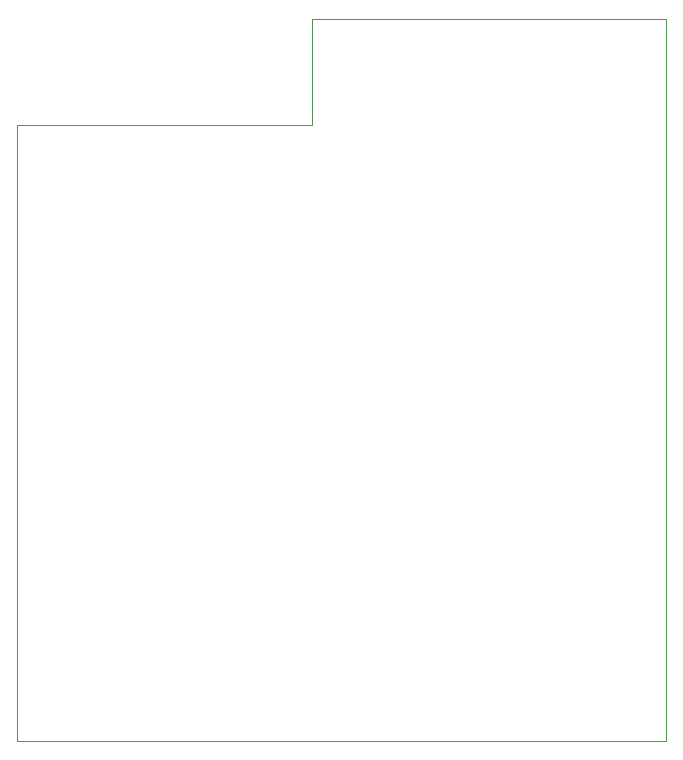
<source format=gbr>
%TF.GenerationSoftware,KiCad,Pcbnew,5.1.10*%
%TF.CreationDate,2021-12-22T00:08:39-07:00*%
%TF.ProjectId,Bondwell1MB,426f6e64-7765-46c6-9c31-4d422e6b6963,rev?*%
%TF.SameCoordinates,Original*%
%TF.FileFunction,Profile,NP*%
%FSLAX46Y46*%
G04 Gerber Fmt 4.6, Leading zero omitted, Abs format (unit mm)*
G04 Created by KiCad (PCBNEW 5.1.10) date 2021-12-22 00:08:39*
%MOMM*%
%LPD*%
G01*
G04 APERTURE LIST*
%TA.AperFunction,Profile*%
%ADD10C,0.100000*%
%TD*%
G04 APERTURE END LIST*
D10*
X70660000Y-78000000D02*
X70660000Y-130175000D01*
X95660000Y-69000000D02*
X125660000Y-69000000D01*
X95660000Y-78000000D02*
X95660000Y-69000000D01*
X70660000Y-78000000D02*
X95660000Y-78000000D01*
X125660000Y-130175000D02*
X70660000Y-130175000D01*
X125660000Y-69000000D02*
X125660000Y-130175000D01*
M02*

</source>
